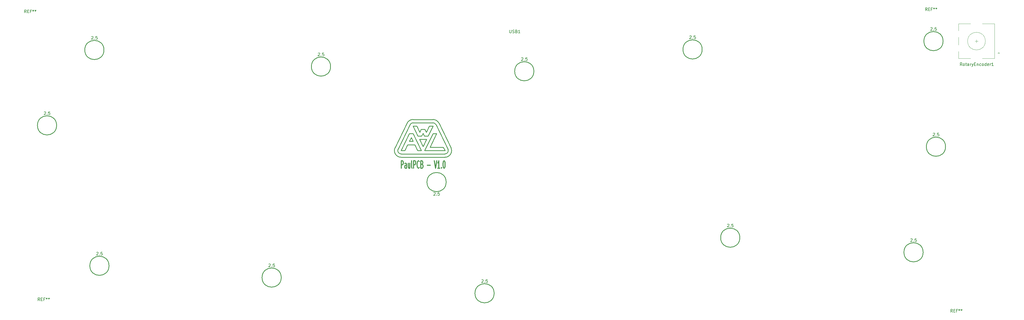
<source format=gto>
G04 #@! TF.GenerationSoftware,KiCad,Pcbnew,(5.1.9)-1*
G04 #@! TF.CreationDate,2021-06-30T07:56:35+01:00*
G04 #@! TF.ProjectId,Paul-PCB-KICAD,5061756c-2d50-4434-922d-4b494341442e,rev?*
G04 #@! TF.SameCoordinates,Original*
G04 #@! TF.FileFunction,Legend,Top*
G04 #@! TF.FilePolarity,Positive*
%FSLAX46Y46*%
G04 Gerber Fmt 4.6, Leading zero omitted, Abs format (unit mm)*
G04 Created by KiCad (PCBNEW (5.1.9)-1) date 2021-06-30 07:56:35*
%MOMM*%
%LPD*%
G01*
G04 APERTURE LIST*
%ADD10C,0.253125*%
%ADD11C,0.300000*%
%ADD12C,0.250000*%
%ADD13C,0.120000*%
%ADD14C,0.150000*%
%ADD15C,2.000000*%
%ADD16C,3.000000*%
%ADD17C,3.987800*%
%ADD18C,1.750000*%
%ADD19C,3.048000*%
%ADD20C,5.000000*%
%ADD21R,3.200000X2.000000*%
%ADD22R,2.000000X2.000000*%
%ADD23C,0.650000*%
%ADD24R,0.300000X1.450000*%
%ADD25R,0.600000X1.450000*%
G04 APERTURE END LIST*
D10*
X123339484Y48072069D02*
X125748364Y48072069D01*
X133172153Y51817774D02*
X131920000Y51817774D01*
X126730347Y46062680D02*
X127982500Y46062680D01*
X123889268Y49197069D02*
X124543924Y50536661D01*
X122357500Y46062680D02*
X123339484Y48072069D01*
X121105347Y46062680D02*
X122357500Y46062680D01*
X125170000Y51817774D02*
X123917847Y51817774D01*
X129107500Y46062680D02*
X135984653Y46062680D01*
X129720861Y49880000D02*
X127369139Y49880000D01*
X127982500Y46062680D02*
X125170000Y51817774D01*
X130909438Y47187680D02*
X133172153Y51817774D01*
X123917847Y51817774D02*
X121105347Y46062680D01*
X125198579Y49197069D02*
X123889268Y49197069D01*
X135984653Y46062680D02*
X135434868Y47187680D01*
X125748364Y48072069D02*
X126730347Y46062680D01*
X131920000Y51817774D02*
X129107500Y46062680D01*
X124543924Y50536661D02*
X125198579Y49197069D01*
X135434868Y47187680D02*
X130909438Y47187680D01*
X124159241Y54873955D02*
G75*
G02*
X125170000Y55505000I1010759J-493955D01*
G01*
X135984653Y43812680D02*
X121105347Y43812680D01*
X126819354Y51005000D02*
X128071508Y51005000D01*
X127445431Y52286113D02*
X126422154Y54380000D01*
X126422154Y54380000D02*
X125170000Y54380000D01*
X133941517Y55367911D02*
X138006170Y47050591D01*
X135984653Y44937680D02*
X121105347Y44937680D01*
X132930758Y54873956D02*
X136995412Y46556635D01*
X131919999Y56630000D02*
G75*
G02*
X133941517Y55367911I1J-2250000D01*
G01*
X120094588Y46556635D02*
X124159242Y54873956D01*
X127369139Y49880000D02*
X128545000Y47473887D01*
X129018492Y51005000D02*
X130270646Y51005000D01*
X128545000Y51973887D02*
X129018492Y51005000D01*
X125170000Y54380000D02*
X126819354Y51005000D01*
X129644569Y52286113D02*
X129171076Y53255000D01*
X128545000Y47473887D02*
X129720861Y49880000D01*
X130667846Y54380000D02*
X129644569Y52286113D01*
X119083830Y47050591D02*
X123148483Y55367911D01*
X131920000Y54380000D02*
X130667846Y54380000D01*
X130270646Y51005000D02*
X131920000Y54380000D01*
X128071508Y51005000D02*
X128545000Y51973887D01*
X127918924Y53255000D02*
X127445431Y52286113D01*
X136995412Y46556635D02*
G75*
G02*
X135984653Y44937680I-1010759J-493955D01*
G01*
X129171076Y53255000D02*
X127918924Y53255000D01*
X138006170Y47050590D02*
G75*
G02*
X135984653Y43812680I-2021517J-987910D01*
G01*
X125170000Y55505000D02*
X131920000Y55505000D01*
X121105347Y44937680D02*
G75*
G02*
X120094588Y46556635I0J1125000D01*
G01*
X131919999Y55505000D02*
G75*
G02*
X132930758Y54873956I1J-1125000D01*
G01*
X125170000Y56630000D02*
X131920000Y56630000D01*
X121105346Y43812680D02*
G75*
G02*
X119083830Y47050591I1J2250000D01*
G01*
X123148483Y55367910D02*
G75*
G02*
X125170000Y56630000I2021517J-987910D01*
G01*
D11*
X121169285Y40109047D02*
X121169285Y42609047D01*
X121645476Y42609047D01*
X121764523Y42490000D01*
X121824047Y42370952D01*
X121883571Y42132857D01*
X121883571Y41775714D01*
X121824047Y41537619D01*
X121764523Y41418571D01*
X121645476Y41299523D01*
X121169285Y41299523D01*
X122955000Y40109047D02*
X122955000Y41418571D01*
X122895476Y41656666D01*
X122776428Y41775714D01*
X122538333Y41775714D01*
X122419285Y41656666D01*
X122955000Y40228095D02*
X122835952Y40109047D01*
X122538333Y40109047D01*
X122419285Y40228095D01*
X122359761Y40466190D01*
X122359761Y40704285D01*
X122419285Y40942380D01*
X122538333Y41061428D01*
X122835952Y41061428D01*
X122955000Y41180476D01*
X124085952Y41775714D02*
X124085952Y40109047D01*
X123550238Y41775714D02*
X123550238Y40466190D01*
X123609761Y40228095D01*
X123728809Y40109047D01*
X123907380Y40109047D01*
X124026428Y40228095D01*
X124085952Y40347142D01*
X124859761Y40109047D02*
X124740714Y40228095D01*
X124681190Y40466190D01*
X124681190Y42609047D01*
X125335952Y40109047D02*
X125335952Y42609047D01*
X125812142Y42609047D01*
X125931190Y42490000D01*
X125990714Y42370952D01*
X126050238Y42132857D01*
X126050238Y41775714D01*
X125990714Y41537619D01*
X125931190Y41418571D01*
X125812142Y41299523D01*
X125335952Y41299523D01*
X127300238Y40347142D02*
X127240714Y40228095D01*
X127062142Y40109047D01*
X126943095Y40109047D01*
X126764523Y40228095D01*
X126645476Y40466190D01*
X126585952Y40704285D01*
X126526428Y41180476D01*
X126526428Y41537619D01*
X126585952Y42013809D01*
X126645476Y42251904D01*
X126764523Y42490000D01*
X126943095Y42609047D01*
X127062142Y42609047D01*
X127240714Y42490000D01*
X127300238Y42370952D01*
X128252619Y41418571D02*
X128431190Y41299523D01*
X128490714Y41180476D01*
X128550238Y40942380D01*
X128550238Y40585238D01*
X128490714Y40347142D01*
X128431190Y40228095D01*
X128312142Y40109047D01*
X127835952Y40109047D01*
X127835952Y42609047D01*
X128252619Y42609047D01*
X128371666Y42490000D01*
X128431190Y42370952D01*
X128490714Y42132857D01*
X128490714Y41894761D01*
X128431190Y41656666D01*
X128371666Y41537619D01*
X128252619Y41418571D01*
X127835952Y41418571D01*
X130038333Y41061428D02*
X130990714Y41061428D01*
X132359761Y42609047D02*
X132776428Y40109047D01*
X133193095Y42609047D01*
X134264523Y40109047D02*
X133550238Y40109047D01*
X133907380Y40109047D02*
X133907380Y42609047D01*
X133788333Y42251904D01*
X133669285Y42013809D01*
X133550238Y41894761D01*
X134800238Y40347142D02*
X134859761Y40228095D01*
X134800238Y40109047D01*
X134740714Y40228095D01*
X134800238Y40347142D01*
X134800238Y40109047D01*
X135633571Y42609047D02*
X135752619Y42609047D01*
X135871666Y42490000D01*
X135931190Y42370952D01*
X135990714Y42132857D01*
X136050238Y41656666D01*
X136050238Y41061428D01*
X135990714Y40585238D01*
X135931190Y40347142D01*
X135871666Y40228095D01*
X135752619Y40109047D01*
X135633571Y40109047D01*
X135514523Y40228095D01*
X135455000Y40347142D01*
X135395476Y40585238D01*
X135335952Y41061428D01*
X135335952Y41656666D01*
X135395476Y42132857D01*
X135455000Y42370952D01*
X135514523Y42490000D01*
X135633571Y42609047D01*
D12*
X20441750Y80200000D02*
G75*
G03*
X20441750Y80200000I-3250000J0D01*
G01*
X97231649Y74572360D02*
G75*
G03*
X97231649Y74572360I-3250000J0D01*
G01*
X166109822Y72980677D02*
G75*
G03*
X166109822Y72980677I-3250000J0D01*
G01*
X223135384Y80385180D02*
G75*
G03*
X223135384Y80385180I-3250000J0D01*
G01*
X4402750Y54625000D02*
G75*
G03*
X4402750Y54625000I-3250000J0D01*
G01*
X22156250Y7000000D02*
G75*
G03*
X22156250Y7000000I-3250000J0D01*
G01*
X136386887Y35392650D02*
G75*
G03*
X136386887Y35392650I-3250000J0D01*
G01*
X80508161Y3003314D02*
G75*
G03*
X80508161Y3003314I-3250000J0D01*
G01*
X152646946Y-2325869D02*
G75*
G03*
X152646946Y-2325869I-3250000J0D01*
G01*
X235897250Y16524999D02*
G75*
G03*
X235897250Y16524999I-3250000J0D01*
G01*
X298000249Y11573500D02*
G75*
G03*
X298000249Y11573500I-3249999J0D01*
G01*
X305599874Y47386750D02*
G75*
G03*
X305599874Y47386750I-3249999J0D01*
G01*
X304762249Y83200000D02*
G75*
G03*
X304762249Y83200000I-3249999J0D01*
G01*
D13*
X319080000Y83200000D02*
G75*
G03*
X319080000Y83200000I-3000000J0D01*
G01*
X314080000Y77300000D02*
X309980000Y77300000D01*
X309980000Y89100000D02*
X314080000Y89100000D01*
X318080000Y89100000D02*
X322180000Y89100000D01*
X318080000Y77300000D02*
X322180000Y77300000D01*
X322180000Y77300000D02*
X322180000Y89100000D01*
X323580000Y79400000D02*
X323880000Y79100000D01*
X323880000Y79100000D02*
X323280000Y79100000D01*
X323280000Y79100000D02*
X323580000Y79400000D01*
X309980000Y77300000D02*
X309980000Y79700000D01*
X309980000Y81900000D02*
X309980000Y84500000D01*
X309980000Y86700000D02*
X309980000Y89100000D01*
X316080000Y82700000D02*
X316080000Y83700000D01*
X316580000Y83200000D02*
X315580000Y83200000D01*
D14*
X299386666Y93527619D02*
X299053333Y94003809D01*
X298815238Y93527619D02*
X298815238Y94527619D01*
X299196190Y94527619D01*
X299291428Y94480000D01*
X299339047Y94432380D01*
X299386666Y94337142D01*
X299386666Y94194285D01*
X299339047Y94099047D01*
X299291428Y94051428D01*
X299196190Y94003809D01*
X298815238Y94003809D01*
X299815238Y94051428D02*
X300148571Y94051428D01*
X300291428Y93527619D02*
X299815238Y93527619D01*
X299815238Y94527619D01*
X300291428Y94527619D01*
X301053333Y94051428D02*
X300720000Y94051428D01*
X300720000Y93527619D02*
X300720000Y94527619D01*
X301196190Y94527619D01*
X301720000Y94527619D02*
X301720000Y94289523D01*
X301481904Y94384761D02*
X301720000Y94289523D01*
X301958095Y94384761D01*
X301577142Y94099047D02*
X301720000Y94289523D01*
X301862857Y94099047D01*
X302481904Y94527619D02*
X302481904Y94289523D01*
X302243809Y94384761D02*
X302481904Y94289523D01*
X302720000Y94384761D01*
X302339047Y94099047D02*
X302481904Y94289523D01*
X302624761Y94099047D01*
X-5873333Y92797619D02*
X-6206666Y93273809D01*
X-6444761Y92797619D02*
X-6444761Y93797619D01*
X-6063809Y93797619D01*
X-5968571Y93750000D01*
X-5920952Y93702380D01*
X-5873333Y93607142D01*
X-5873333Y93464285D01*
X-5920952Y93369047D01*
X-5968571Y93321428D01*
X-6063809Y93273809D01*
X-6444761Y93273809D01*
X-5444761Y93321428D02*
X-5111428Y93321428D01*
X-4968571Y92797619D02*
X-5444761Y92797619D01*
X-5444761Y93797619D01*
X-4968571Y93797619D01*
X-4206666Y93321428D02*
X-4540000Y93321428D01*
X-4540000Y92797619D02*
X-4540000Y93797619D01*
X-4063809Y93797619D01*
X-3540000Y93797619D02*
X-3540000Y93559523D01*
X-3778095Y93654761D02*
X-3540000Y93559523D01*
X-3301904Y93654761D01*
X-3682857Y93369047D02*
X-3540000Y93559523D01*
X-3397142Y93369047D01*
X-2778095Y93797619D02*
X-2778095Y93559523D01*
X-3016190Y93654761D02*
X-2778095Y93559523D01*
X-2540000Y93654761D01*
X-2920952Y93369047D02*
X-2778095Y93559523D01*
X-2635238Y93369047D01*
X-1303333Y-4852380D02*
X-1636666Y-4376190D01*
X-1874761Y-4852380D02*
X-1874761Y-3852380D01*
X-1493809Y-3852380D01*
X-1398571Y-3900000D01*
X-1350952Y-3947619D01*
X-1303333Y-4042857D01*
X-1303333Y-4185714D01*
X-1350952Y-4280952D01*
X-1398571Y-4328571D01*
X-1493809Y-4376190D01*
X-1874761Y-4376190D01*
X-874761Y-4328571D02*
X-541428Y-4328571D01*
X-398571Y-4852380D02*
X-874761Y-4852380D01*
X-874761Y-3852380D01*
X-398571Y-3852380D01*
X363333Y-4328571D02*
X29999Y-4328571D01*
X29999Y-4852380D02*
X29999Y-3852380D01*
X506190Y-3852380D01*
X1029999Y-3852380D02*
X1029999Y-4090476D01*
X791904Y-3995238D02*
X1029999Y-4090476D01*
X1268095Y-3995238D01*
X887142Y-4280952D02*
X1029999Y-4090476D01*
X1172857Y-4280952D01*
X1791904Y-3852380D02*
X1791904Y-4090476D01*
X1553809Y-3995238D02*
X1791904Y-4090476D01*
X2029999Y-3995238D01*
X1649047Y-4280952D02*
X1791904Y-4090476D01*
X1934761Y-4280952D01*
X307926666Y-8732380D02*
X307593333Y-8256190D01*
X307355238Y-8732380D02*
X307355238Y-7732380D01*
X307736190Y-7732380D01*
X307831428Y-7780000D01*
X307879047Y-7827619D01*
X307926666Y-7922857D01*
X307926666Y-8065714D01*
X307879047Y-8160952D01*
X307831428Y-8208571D01*
X307736190Y-8256190D01*
X307355238Y-8256190D01*
X308355238Y-8208571D02*
X308688571Y-8208571D01*
X308831428Y-8732380D02*
X308355238Y-8732380D01*
X308355238Y-7732380D01*
X308831428Y-7732380D01*
X309593333Y-8208571D02*
X309260000Y-8208571D01*
X309260000Y-8732380D02*
X309260000Y-7732380D01*
X309736190Y-7732380D01*
X310260000Y-7732380D02*
X310260000Y-7970476D01*
X310021904Y-7875238D02*
X310260000Y-7970476D01*
X310498095Y-7875238D01*
X310117142Y-8160952D02*
X310260000Y-7970476D01*
X310402857Y-8160952D01*
X311021904Y-7732380D02*
X311021904Y-7970476D01*
X310783809Y-7875238D02*
X311021904Y-7970476D01*
X311260000Y-7875238D01*
X310879047Y-8160952D02*
X311021904Y-7970476D01*
X311164761Y-8160952D01*
X132150000Y31802380D02*
X132197619Y31850000D01*
X132292857Y31897619D01*
X132530952Y31897619D01*
X132626190Y31850000D01*
X132673809Y31802380D01*
X132721428Y31707142D01*
X132721428Y31611904D01*
X132673809Y31469047D01*
X132102380Y30897619D01*
X132721428Y30897619D01*
X133150000Y30992857D02*
X133197619Y30945238D01*
X133150000Y30897619D01*
X133102380Y30945238D01*
X133150000Y30992857D01*
X133150000Y30897619D01*
X134102380Y31897619D02*
X133626190Y31897619D01*
X133578571Y31421428D01*
X133626190Y31469047D01*
X133721428Y31516666D01*
X133959523Y31516666D01*
X134054761Y31469047D01*
X134102380Y31421428D01*
X134150000Y31326190D01*
X134150000Y31088095D01*
X134102380Y30992857D01*
X134054761Y30945238D01*
X133959523Y30897619D01*
X133721428Y30897619D01*
X133626190Y30945238D01*
X133578571Y30992857D01*
X76275361Y7530694D02*
X76322980Y7578314D01*
X76418218Y7625933D01*
X76656313Y7625933D01*
X76751551Y7578314D01*
X76799170Y7530694D01*
X76846789Y7435456D01*
X76846789Y7340218D01*
X76799170Y7197361D01*
X76227741Y6625933D01*
X76846789Y6625933D01*
X77275361Y6721171D02*
X77322980Y6673552D01*
X77275361Y6625933D01*
X77227741Y6673552D01*
X77275361Y6721171D01*
X77275361Y6625933D01*
X78227741Y7625933D02*
X77751551Y7625933D01*
X77703932Y7149742D01*
X77751551Y7197361D01*
X77846789Y7244980D01*
X78084884Y7244980D01*
X78180122Y7197361D01*
X78227741Y7149742D01*
X78275361Y7054504D01*
X78275361Y6816409D01*
X78227741Y6721171D01*
X78180122Y6673552D01*
X78084884Y6625933D01*
X77846789Y6625933D01*
X77751551Y6673552D01*
X77703932Y6721171D01*
X218902584Y84912560D02*
X218950203Y84960180D01*
X219045441Y85007799D01*
X219283536Y85007799D01*
X219378774Y84960180D01*
X219426393Y84912560D01*
X219474012Y84817322D01*
X219474012Y84722084D01*
X219426393Y84579227D01*
X218854964Y84007799D01*
X219474012Y84007799D01*
X219902584Y84103037D02*
X219950203Y84055418D01*
X219902584Y84007799D01*
X219854964Y84055418D01*
X219902584Y84103037D01*
X219902584Y84007799D01*
X220854964Y85007799D02*
X220378774Y85007799D01*
X220331155Y84531608D01*
X220378774Y84579227D01*
X220474012Y84626846D01*
X220712107Y84626846D01*
X220807345Y84579227D01*
X220854964Y84531608D01*
X220902584Y84436370D01*
X220902584Y84198275D01*
X220854964Y84103037D01*
X220807345Y84055418D01*
X220712107Y84007799D01*
X220474012Y84007799D01*
X220378774Y84055418D01*
X220331155Y84103037D01*
X17923450Y11527380D02*
X17971069Y11575000D01*
X18066307Y11622619D01*
X18304402Y11622619D01*
X18399640Y11575000D01*
X18447259Y11527380D01*
X18494878Y11432142D01*
X18494878Y11336904D01*
X18447259Y11194047D01*
X17875830Y10622619D01*
X18494878Y10622619D01*
X18923450Y10717857D02*
X18971069Y10670238D01*
X18923450Y10622619D01*
X18875830Y10670238D01*
X18923450Y10717857D01*
X18923450Y10622619D01*
X19875830Y11622619D02*
X19399640Y11622619D01*
X19352021Y11146428D01*
X19399640Y11194047D01*
X19494878Y11241666D01*
X19732973Y11241666D01*
X19828211Y11194047D01*
X19875830Y11146428D01*
X19923450Y11051190D01*
X19923450Y10813095D01*
X19875830Y10717857D01*
X19828211Y10670238D01*
X19732973Y10622619D01*
X19494878Y10622619D01*
X19399640Y10670238D01*
X19352021Y10717857D01*
X161877022Y77508057D02*
X161924641Y77555677D01*
X162019879Y77603296D01*
X162257974Y77603296D01*
X162353212Y77555677D01*
X162400831Y77508057D01*
X162448450Y77412819D01*
X162448450Y77317581D01*
X162400831Y77174724D01*
X161829402Y76603296D01*
X162448450Y76603296D01*
X162877022Y76698534D02*
X162924641Y76650915D01*
X162877022Y76603296D01*
X162829402Y76650915D01*
X162877022Y76698534D01*
X162877022Y76603296D01*
X163829402Y77603296D02*
X163353212Y77603296D01*
X163305593Y77127105D01*
X163353212Y77174724D01*
X163448450Y77222343D01*
X163686545Y77222343D01*
X163781783Y77174724D01*
X163829402Y77127105D01*
X163877022Y77031867D01*
X163877022Y76793772D01*
X163829402Y76698534D01*
X163781783Y76650915D01*
X163686545Y76603296D01*
X163448450Y76603296D01*
X163353212Y76650915D01*
X163305593Y76698534D01*
X293767450Y16100880D02*
X293815069Y16148500D01*
X293910307Y16196119D01*
X294148402Y16196119D01*
X294243640Y16148500D01*
X294291259Y16100880D01*
X294338878Y16005642D01*
X294338878Y15910404D01*
X294291259Y15767547D01*
X293719830Y15196119D01*
X294338878Y15196119D01*
X294767450Y15291357D02*
X294815069Y15243738D01*
X294767450Y15196119D01*
X294719830Y15243738D01*
X294767450Y15291357D01*
X294767450Y15196119D01*
X295719830Y16196119D02*
X295243640Y16196119D01*
X295196021Y15719928D01*
X295243640Y15767547D01*
X295338878Y15815166D01*
X295576973Y15815166D01*
X295672211Y15767547D01*
X295719830Y15719928D01*
X295767450Y15624690D01*
X295767450Y15386595D01*
X295719830Y15291357D01*
X295672211Y15243738D01*
X295576973Y15196119D01*
X295338878Y15196119D01*
X295243640Y15243738D01*
X295196021Y15291357D01*
X92998849Y79099740D02*
X93046468Y79147360D01*
X93141706Y79194979D01*
X93379801Y79194979D01*
X93475039Y79147360D01*
X93522658Y79099740D01*
X93570277Y79004502D01*
X93570277Y78909264D01*
X93522658Y78766407D01*
X92951229Y78194979D01*
X93570277Y78194979D01*
X93998849Y78290217D02*
X94046468Y78242598D01*
X93998849Y78194979D01*
X93951229Y78242598D01*
X93998849Y78290217D01*
X93998849Y78194979D01*
X94951229Y79194979D02*
X94475039Y79194979D01*
X94427420Y78718788D01*
X94475039Y78766407D01*
X94570277Y78814026D01*
X94808372Y78814026D01*
X94903610Y78766407D01*
X94951229Y78718788D01*
X94998849Y78623550D01*
X94998849Y78385455D01*
X94951229Y78290217D01*
X94903610Y78242598D01*
X94808372Y78194979D01*
X94570277Y78194979D01*
X94475039Y78242598D01*
X94427420Y78290217D01*
X148414146Y2201511D02*
X148461765Y2249131D01*
X148557003Y2296750D01*
X148795098Y2296750D01*
X148890336Y2249131D01*
X148937955Y2201511D01*
X148985574Y2106273D01*
X148985574Y2011035D01*
X148937955Y1868178D01*
X148366526Y1296750D01*
X148985574Y1296750D01*
X149414146Y1391988D02*
X149461765Y1344369D01*
X149414146Y1296750D01*
X149366526Y1344369D01*
X149414146Y1391988D01*
X149414146Y1296750D01*
X150366526Y2296750D02*
X149890336Y2296750D01*
X149842717Y1820559D01*
X149890336Y1868178D01*
X149985574Y1915797D01*
X150223669Y1915797D01*
X150318907Y1868178D01*
X150366526Y1820559D01*
X150414146Y1725321D01*
X150414146Y1487226D01*
X150366526Y1391988D01*
X150318907Y1344369D01*
X150223669Y1296750D01*
X149985574Y1296750D01*
X149890336Y1344369D01*
X149842717Y1391988D01*
X301367075Y51914130D02*
X301414694Y51961750D01*
X301509932Y52009369D01*
X301748027Y52009369D01*
X301843265Y51961750D01*
X301890884Y51914130D01*
X301938503Y51818892D01*
X301938503Y51723654D01*
X301890884Y51580797D01*
X301319455Y51009369D01*
X301938503Y51009369D01*
X302367075Y51104607D02*
X302414694Y51056988D01*
X302367075Y51009369D01*
X302319455Y51056988D01*
X302367075Y51104607D01*
X302367075Y51009369D01*
X303319455Y52009369D02*
X302843265Y52009369D01*
X302795646Y51533178D01*
X302843265Y51580797D01*
X302938503Y51628416D01*
X303176598Y51628416D01*
X303271836Y51580797D01*
X303319455Y51533178D01*
X303367075Y51437940D01*
X303367075Y51199845D01*
X303319455Y51104607D01*
X303271836Y51056988D01*
X303176598Y51009369D01*
X302938503Y51009369D01*
X302843265Y51056988D01*
X302795646Y51104607D01*
X16209200Y84727380D02*
X16256819Y84775000D01*
X16352057Y84822619D01*
X16590152Y84822619D01*
X16685390Y84775000D01*
X16733009Y84727380D01*
X16780628Y84632142D01*
X16780628Y84536904D01*
X16733009Y84394047D01*
X16161580Y83822619D01*
X16780628Y83822619D01*
X17209200Y83917857D02*
X17256819Y83870238D01*
X17209200Y83822619D01*
X17161580Y83870238D01*
X17209200Y83917857D01*
X17209200Y83822619D01*
X18161580Y84822619D02*
X17685390Y84822619D01*
X17637771Y84346428D01*
X17685390Y84394047D01*
X17780628Y84441666D01*
X18018723Y84441666D01*
X18113961Y84394047D01*
X18161580Y84346428D01*
X18209200Y84251190D01*
X18209200Y84013095D01*
X18161580Y83917857D01*
X18113961Y83870238D01*
X18018723Y83822619D01*
X17780628Y83822619D01*
X17685390Y83870238D01*
X17637771Y83917857D01*
X231664450Y21052379D02*
X231712069Y21099999D01*
X231807307Y21147618D01*
X232045402Y21147618D01*
X232140640Y21099999D01*
X232188259Y21052379D01*
X232235878Y20957141D01*
X232235878Y20861903D01*
X232188259Y20719046D01*
X231616830Y20147618D01*
X232235878Y20147618D01*
X232664450Y20242856D02*
X232712069Y20195237D01*
X232664450Y20147618D01*
X232616830Y20195237D01*
X232664450Y20242856D01*
X232664450Y20147618D01*
X233616830Y21147618D02*
X233140640Y21147618D01*
X233093021Y20671427D01*
X233140640Y20719046D01*
X233235878Y20766665D01*
X233473973Y20766665D01*
X233569211Y20719046D01*
X233616830Y20671427D01*
X233664450Y20576189D01*
X233664450Y20338094D01*
X233616830Y20242856D01*
X233569211Y20195237D01*
X233473973Y20147618D01*
X233235878Y20147618D01*
X233140640Y20195237D01*
X233093021Y20242856D01*
X300529450Y87727380D02*
X300577069Y87775000D01*
X300672307Y87822619D01*
X300910402Y87822619D01*
X301005640Y87775000D01*
X301053259Y87727380D01*
X301100878Y87632142D01*
X301100878Y87536904D01*
X301053259Y87394047D01*
X300481830Y86822619D01*
X301100878Y86822619D01*
X301529450Y86917857D02*
X301577069Y86870238D01*
X301529450Y86822619D01*
X301481830Y86870238D01*
X301529450Y86917857D01*
X301529450Y86822619D01*
X302481830Y87822619D02*
X302005640Y87822619D01*
X301958021Y87346428D01*
X302005640Y87394047D01*
X302100878Y87441666D01*
X302338973Y87441666D01*
X302434211Y87394047D01*
X302481830Y87346428D01*
X302529450Y87251190D01*
X302529450Y87013095D01*
X302481830Y86917857D01*
X302434211Y86870238D01*
X302338973Y86822619D01*
X302100878Y86822619D01*
X302005640Y86870238D01*
X301958021Y86917857D01*
X170000Y59152380D02*
X217619Y59200000D01*
X312857Y59247619D01*
X550952Y59247619D01*
X646190Y59200000D01*
X693809Y59152380D01*
X741428Y59057142D01*
X741428Y58961904D01*
X693809Y58819047D01*
X122380Y58247619D01*
X741428Y58247619D01*
X1170000Y58342857D02*
X1217619Y58295238D01*
X1170000Y58247619D01*
X1122380Y58295238D01*
X1170000Y58342857D01*
X1170000Y58247619D01*
X2122380Y59247619D02*
X1646190Y59247619D01*
X1598571Y58771428D01*
X1646190Y58819047D01*
X1741428Y58866666D01*
X1979523Y58866666D01*
X2074761Y58819047D01*
X2122380Y58771428D01*
X2170000Y58676190D01*
X2170000Y58438095D01*
X2122380Y58342857D01*
X2074761Y58295238D01*
X1979523Y58247619D01*
X1741428Y58247619D01*
X1646190Y58295238D01*
X1598571Y58342857D01*
X311166190Y74857619D02*
X310832857Y75333809D01*
X310594761Y74857619D02*
X310594761Y75857619D01*
X310975714Y75857619D01*
X311070952Y75810000D01*
X311118571Y75762380D01*
X311166190Y75667142D01*
X311166190Y75524285D01*
X311118571Y75429047D01*
X311070952Y75381428D01*
X310975714Y75333809D01*
X310594761Y75333809D01*
X311737619Y74857619D02*
X311642380Y74905238D01*
X311594761Y74952857D01*
X311547142Y75048095D01*
X311547142Y75333809D01*
X311594761Y75429047D01*
X311642380Y75476666D01*
X311737619Y75524285D01*
X311880476Y75524285D01*
X311975714Y75476666D01*
X312023333Y75429047D01*
X312070952Y75333809D01*
X312070952Y75048095D01*
X312023333Y74952857D01*
X311975714Y74905238D01*
X311880476Y74857619D01*
X311737619Y74857619D01*
X312356666Y75524285D02*
X312737619Y75524285D01*
X312499523Y75857619D02*
X312499523Y75000476D01*
X312547142Y74905238D01*
X312642380Y74857619D01*
X312737619Y74857619D01*
X313499523Y74857619D02*
X313499523Y75381428D01*
X313451904Y75476666D01*
X313356666Y75524285D01*
X313166190Y75524285D01*
X313070952Y75476666D01*
X313499523Y74905238D02*
X313404285Y74857619D01*
X313166190Y74857619D01*
X313070952Y74905238D01*
X313023333Y75000476D01*
X313023333Y75095714D01*
X313070952Y75190952D01*
X313166190Y75238571D01*
X313404285Y75238571D01*
X313499523Y75286190D01*
X313975714Y74857619D02*
X313975714Y75524285D01*
X313975714Y75333809D02*
X314023333Y75429047D01*
X314070952Y75476666D01*
X314166190Y75524285D01*
X314261428Y75524285D01*
X314499523Y75524285D02*
X314737619Y74857619D01*
X314975714Y75524285D02*
X314737619Y74857619D01*
X314642380Y74619523D01*
X314594761Y74571904D01*
X314499523Y74524285D01*
X315356666Y75381428D02*
X315690000Y75381428D01*
X315832857Y74857619D02*
X315356666Y74857619D01*
X315356666Y75857619D01*
X315832857Y75857619D01*
X316261428Y75524285D02*
X316261428Y74857619D01*
X316261428Y75429047D02*
X316309047Y75476666D01*
X316404285Y75524285D01*
X316547142Y75524285D01*
X316642380Y75476666D01*
X316690000Y75381428D01*
X316690000Y74857619D01*
X317594761Y74905238D02*
X317499523Y74857619D01*
X317309047Y74857619D01*
X317213809Y74905238D01*
X317166190Y74952857D01*
X317118571Y75048095D01*
X317118571Y75333809D01*
X317166190Y75429047D01*
X317213809Y75476666D01*
X317309047Y75524285D01*
X317499523Y75524285D01*
X317594761Y75476666D01*
X318166190Y74857619D02*
X318070952Y74905238D01*
X318023333Y74952857D01*
X317975714Y75048095D01*
X317975714Y75333809D01*
X318023333Y75429047D01*
X318070952Y75476666D01*
X318166190Y75524285D01*
X318309047Y75524285D01*
X318404285Y75476666D01*
X318451904Y75429047D01*
X318499523Y75333809D01*
X318499523Y75048095D01*
X318451904Y74952857D01*
X318404285Y74905238D01*
X318309047Y74857619D01*
X318166190Y74857619D01*
X319356666Y74857619D02*
X319356666Y75857619D01*
X319356666Y74905238D02*
X319261428Y74857619D01*
X319070952Y74857619D01*
X318975714Y74905238D01*
X318928095Y74952857D01*
X318880476Y75048095D01*
X318880476Y75333809D01*
X318928095Y75429047D01*
X318975714Y75476666D01*
X319070952Y75524285D01*
X319261428Y75524285D01*
X319356666Y75476666D01*
X320213809Y74905238D02*
X320118571Y74857619D01*
X319928095Y74857619D01*
X319832857Y74905238D01*
X319785238Y75000476D01*
X319785238Y75381428D01*
X319832857Y75476666D01*
X319928095Y75524285D01*
X320118571Y75524285D01*
X320213809Y75476666D01*
X320261428Y75381428D01*
X320261428Y75286190D01*
X319785238Y75190952D01*
X320690000Y74857619D02*
X320690000Y75524285D01*
X320690000Y75333809D02*
X320737619Y75429047D01*
X320785238Y75476666D01*
X320880476Y75524285D01*
X320975714Y75524285D01*
X321832857Y74857619D02*
X321261428Y74857619D01*
X321547142Y74857619D02*
X321547142Y75857619D01*
X321451904Y75714761D01*
X321356666Y75619523D01*
X321261428Y75571904D01*
X157891904Y86977619D02*
X157891904Y86168095D01*
X157939523Y86072857D01*
X157987142Y86025238D01*
X158082380Y85977619D01*
X158272857Y85977619D01*
X158368095Y86025238D01*
X158415714Y86072857D01*
X158463333Y86168095D01*
X158463333Y86977619D01*
X158891904Y86025238D02*
X159034761Y85977619D01*
X159272857Y85977619D01*
X159368095Y86025238D01*
X159415714Y86072857D01*
X159463333Y86168095D01*
X159463333Y86263333D01*
X159415714Y86358571D01*
X159368095Y86406190D01*
X159272857Y86453809D01*
X159082380Y86501428D01*
X158987142Y86549047D01*
X158939523Y86596666D01*
X158891904Y86691904D01*
X158891904Y86787142D01*
X158939523Y86882380D01*
X158987142Y86930000D01*
X159082380Y86977619D01*
X159320476Y86977619D01*
X159463333Y86930000D01*
X160225238Y86501428D02*
X160368095Y86453809D01*
X160415714Y86406190D01*
X160463333Y86310952D01*
X160463333Y86168095D01*
X160415714Y86072857D01*
X160368095Y86025238D01*
X160272857Y85977619D01*
X159891904Y85977619D01*
X159891904Y86977619D01*
X160225238Y86977619D01*
X160320476Y86930000D01*
X160368095Y86882380D01*
X160415714Y86787142D01*
X160415714Y86691904D01*
X160368095Y86596666D01*
X160320476Y86549047D01*
X160225238Y86501428D01*
X159891904Y86501428D01*
X161415714Y85977619D02*
X160844285Y85977619D01*
X161130000Y85977619D02*
X161130000Y86977619D01*
X161034761Y86834761D01*
X160939523Y86739523D01*
X160844285Y86691904D01*
%LPC*%
D15*
X296690000Y88250000D03*
X1090000Y90020000D03*
X240000Y290000D03*
X309470000Y-3590000D03*
D16*
X244710000Y69227500D03*
D17*
X242170000Y64147500D03*
D16*
X238360000Y66687500D03*
D18*
X237090000Y64147500D03*
X247250000Y64147500D03*
X71140562Y80813001D03*
X61079438Y82226999D03*
D16*
X62690578Y84565530D03*
D17*
X66110000Y81520000D03*
D16*
X69332280Y86197062D03*
X103801313Y23630114D03*
D17*
X100579033Y18953052D03*
D16*
X97159611Y21998582D03*
D18*
X95548471Y19660051D03*
X105609595Y18246053D03*
D16*
X289463750Y88297500D03*
D17*
X286923750Y83217500D03*
D16*
X283113750Y85757500D03*
D18*
X281843750Y83217500D03*
X292003750Y83217500D03*
D16*
X125912280Y78247062D03*
D17*
X122690000Y73570000D03*
D16*
X119270578Y76615530D03*
D18*
X117659438Y74276999D03*
X127720562Y72863001D03*
D16*
X306790000Y7140000D03*
D17*
X304250000Y2060000D03*
D16*
X300440000Y4600000D03*
D18*
X299170000Y2060000D03*
X309330000Y2060000D03*
D16*
X287760000Y7130000D03*
D17*
X285220000Y2050000D03*
D16*
X281410000Y4590000D03*
D18*
X280140000Y2050000D03*
X290300000Y2050000D03*
D16*
X268730000Y7140000D03*
D17*
X266190000Y2060000D03*
D16*
X262380000Y4600000D03*
D18*
X261110000Y2060000D03*
X271270000Y2060000D03*
D16*
X244720000Y12090000D03*
D17*
X242180000Y7010000D03*
D16*
X238370000Y9550000D03*
D18*
X237100000Y7010000D03*
X247260000Y7010000D03*
D16*
X225650000Y12090000D03*
D17*
X223110000Y7010000D03*
D16*
X219300000Y9550000D03*
D18*
X218030000Y7010000D03*
X228190000Y7010000D03*
D16*
X203143558Y9862189D03*
D17*
X201335276Y4478128D03*
D16*
X197208855Y6463159D03*
D18*
X196304714Y3771129D03*
X206365838Y5185127D03*
D16*
X148614642Y21435865D03*
D17*
X146806360Y16051804D03*
D16*
X142679939Y18036835D03*
D18*
X141775798Y15344805D03*
X151836922Y16758803D03*
D16*
X318620000Y45820000D03*
D17*
X316080000Y40740000D03*
D16*
X312270000Y43280000D03*
D18*
X311000000Y40740000D03*
X321160000Y40740000D03*
D16*
X287760000Y26180000D03*
D17*
X285220000Y21100000D03*
D16*
X281410000Y23640000D03*
D18*
X280140000Y21100000D03*
X290300000Y21100000D03*
D16*
X263760000Y31127500D03*
D17*
X261220000Y26047500D03*
D16*
X257410000Y28587500D03*
D18*
X256140000Y26047500D03*
X266300000Y26047500D03*
D16*
X244710000Y31127500D03*
D17*
X242170000Y26047500D03*
D16*
X238360000Y28587500D03*
D18*
X237090000Y26047500D03*
X247250000Y26047500D03*
D16*
X225660000Y31127500D03*
D17*
X223120000Y26047500D03*
D16*
X219310000Y28587500D03*
D18*
X218040000Y26047500D03*
X228200000Y26047500D03*
D16*
X205208462Y29389608D03*
D17*
X203400180Y24005547D03*
D16*
X199273759Y25990578D03*
D18*
X198369618Y23298548D03*
X208430742Y24712546D03*
D16*
X186343855Y26738360D03*
D17*
X184535573Y21354299D03*
D16*
X180409152Y23339330D03*
D18*
X179505011Y20647300D03*
X189566135Y22061298D03*
D16*
X167479249Y24087113D03*
D17*
X165670967Y18703052D03*
D16*
X161544546Y20688083D03*
D18*
X160640405Y17996053D03*
X170701529Y19410051D03*
D16*
X122665920Y20978866D03*
D17*
X119443640Y16301804D03*
D16*
X116024218Y19347334D03*
D18*
X114413078Y17008803D03*
X124474202Y15594805D03*
D16*
X84936707Y26281361D03*
D17*
X81714427Y21604299D03*
D16*
X78295005Y24649829D03*
D18*
X76683865Y22311298D03*
X86744989Y20897300D03*
D16*
X66072100Y28932609D03*
D17*
X62849820Y24255547D03*
D16*
X59430398Y27301077D03*
D18*
X57819258Y24962546D03*
X67880382Y23548548D03*
D16*
X45260000Y31120000D03*
D17*
X42720000Y26040000D03*
D16*
X38910000Y28580000D03*
D18*
X37640000Y26040000D03*
X47800000Y26040000D03*
D16*
X318620000Y64840000D03*
D17*
X316080000Y59760000D03*
D16*
X312270000Y62300000D03*
D18*
X311000000Y59760000D03*
X321160000Y59760000D03*
D16*
X251853750Y50177500D03*
D17*
X249313750Y45097500D03*
D16*
X245503750Y47637500D03*
D18*
X244233750Y45097500D03*
X254393750Y45097500D03*
D16*
X232803750Y50177500D03*
D17*
X230263750Y45097500D03*
D16*
X226453750Y47637500D03*
D18*
X225183750Y45097500D03*
X235343750Y45097500D03*
D16*
X211989518Y49579838D03*
D17*
X210181236Y44195777D03*
D16*
X206054815Y46180808D03*
D18*
X205150674Y43488778D03*
X215211798Y44902776D03*
D16*
X193124911Y46928591D03*
D17*
X191316629Y41544530D03*
D16*
X187190208Y43529561D03*
D18*
X186286067Y40837531D03*
X196347191Y42251529D03*
D16*
X174260304Y44277343D03*
D17*
X172452022Y38893282D03*
D16*
X168325601Y40878313D03*
D18*
X167421460Y38186283D03*
X177482584Y39600281D03*
D16*
X155395698Y41626096D03*
D17*
X153587416Y36242035D03*
D16*
X149460995Y38227066D03*
D18*
X148556854Y35535036D03*
X158617978Y36949034D03*
D16*
X115884864Y41169097D03*
D17*
X112662584Y36492035D03*
D16*
X109243162Y39537565D03*
D18*
X107632022Y37199034D03*
X117693146Y35785036D03*
D16*
X97020258Y43820344D03*
D17*
X93797978Y39143282D03*
D16*
X90378556Y42188812D03*
D18*
X88767416Y39850281D03*
X98828540Y38436283D03*
D16*
X78155651Y46471592D03*
D17*
X74933371Y41794530D03*
D16*
X71513949Y44840060D03*
D18*
X69902809Y42501529D03*
X79963933Y41087531D03*
D16*
X59291044Y49122839D03*
D17*
X56068764Y44445777D03*
D16*
X52649342Y47491307D03*
D18*
X51038202Y45152776D03*
X61099326Y43738778D03*
D16*
X38430000Y50140000D03*
D17*
X35890000Y45060000D03*
D16*
X32080000Y47600000D03*
D18*
X30810000Y45060000D03*
X40970000Y45060000D03*
D16*
X263760000Y69227500D03*
D17*
X261220000Y64147500D03*
D16*
X257410000Y66687500D03*
D18*
X256140000Y64147500D03*
X266300000Y64147500D03*
D16*
X225660000Y69227500D03*
D17*
X223120000Y64147500D03*
D16*
X219310000Y66687500D03*
D18*
X218040000Y64147500D03*
X228200000Y64147500D03*
D16*
X204622119Y67781633D03*
D17*
X202813837Y62397572D03*
D16*
X198687416Y64382603D03*
D18*
X197783275Y61690573D03*
X207844399Y63104571D03*
D16*
X185757512Y65130386D03*
D17*
X183949230Y59746325D03*
D16*
X179822809Y61731356D03*
D18*
X178918668Y59039326D03*
X188979792Y60453324D03*
D16*
X166892905Y62479138D03*
D17*
X165084623Y57095077D03*
D16*
X160958202Y59080108D03*
D18*
X160054061Y56388078D03*
X170115185Y57802076D03*
D16*
X148028299Y59827890D03*
D17*
X146220017Y54443829D03*
D16*
X142093596Y56428860D03*
D18*
X141189455Y53736830D03*
X151250579Y55150828D03*
D16*
X113819960Y60696515D03*
D17*
X110597680Y56019453D03*
D16*
X107178258Y59064983D03*
D18*
X105567118Y56726452D03*
X115628242Y55312454D03*
D16*
X94955353Y63347763D03*
D17*
X91733073Y58670701D03*
D16*
X88313651Y61716231D03*
D18*
X86702511Y59377700D03*
X96763635Y57963702D03*
D16*
X76090747Y65999010D03*
D17*
X72868467Y61321948D03*
D16*
X69449045Y64367478D03*
D18*
X67837905Y62028947D03*
X77899029Y60614949D03*
D16*
X57226140Y68650258D03*
D17*
X54003860Y63973196D03*
D16*
X50584438Y67018726D03*
D18*
X48973298Y64680195D03*
X59034422Y63266197D03*
D16*
X36310000Y69220000D03*
D17*
X33770000Y64140000D03*
D16*
X29960000Y66680000D03*
D18*
X28690000Y64140000D03*
X38850000Y64140000D03*
D16*
X270413750Y88297500D03*
D17*
X267873750Y83217500D03*
D16*
X264063750Y85757500D03*
D18*
X262793750Y83217500D03*
X272953750Y83217500D03*
D16*
X251363750Y88297500D03*
D17*
X248823750Y83217500D03*
D16*
X245013750Y85757500D03*
D18*
X243743750Y83217500D03*
X253903750Y83217500D03*
D16*
X232313750Y88297500D03*
D17*
X229773750Y83217500D03*
D16*
X225963750Y85757500D03*
D18*
X224693750Y83217500D03*
X234853750Y83217500D03*
D16*
X211403174Y87971864D03*
D17*
X209594892Y82587803D03*
D16*
X205468471Y84572834D03*
D18*
X204564330Y81880804D03*
X214625454Y83294802D03*
D16*
X192538568Y85320616D03*
D17*
X190730286Y79936555D03*
D16*
X186603865Y81921586D03*
D18*
X185699724Y79229556D03*
X195760848Y80643554D03*
D16*
X173673961Y82669368D03*
D17*
X171865679Y77285307D03*
D16*
X167739258Y79270338D03*
D18*
X166835117Y76578308D03*
X176896241Y77992306D03*
D16*
X154809354Y80018121D03*
D17*
X153001072Y74634060D03*
D16*
X148874651Y76619091D03*
D18*
X147970510Y73927061D03*
X158031634Y75341059D03*
D16*
X107062280Y80887062D03*
D17*
X103840000Y76210000D03*
D16*
X100420578Y79255530D03*
D18*
X98809438Y76916999D03*
X108870562Y75503001D03*
D16*
X88182280Y83547062D03*
D17*
X84960000Y78870000D03*
D16*
X81540578Y81915530D03*
D18*
X79929438Y79576999D03*
X89990562Y78163001D03*
D16*
X50462280Y88837062D03*
D17*
X47240000Y84160000D03*
D16*
X43820578Y87205530D03*
D18*
X42209438Y84866999D03*
X52270562Y83453001D03*
D16*
X29250000Y88290000D03*
D17*
X26710000Y83210000D03*
D16*
X22900000Y85750000D03*
D18*
X21630000Y83210000D03*
X31790000Y83210000D03*
D16*
X10210000Y88260000D03*
D17*
X7670000Y83180000D03*
D16*
X3860000Y85720000D03*
D18*
X2590000Y83180000D03*
X12750000Y83180000D03*
D16*
X287572500Y69227500D03*
D17*
X285032500Y64147500D03*
D16*
X281222500Y66687500D03*
D18*
X279952500Y64147500D03*
X290112500Y64147500D03*
D16*
X12500000Y69220000D03*
D17*
X9960000Y64140000D03*
D16*
X6150000Y66680000D03*
D18*
X4880000Y64140000D03*
X15040000Y64140000D03*
D16*
X14210000Y31110000D03*
D17*
X11670000Y26030000D03*
D16*
X7860000Y28570000D03*
D18*
X6590000Y26030000D03*
X16750000Y26030000D03*
D19*
X23608000Y33015000D03*
X-268000Y33015000D03*
D17*
X23608000Y17775000D03*
X-268000Y17775000D03*
D16*
X282810000Y50177500D03*
D17*
X280270000Y45097500D03*
D16*
X276460000Y47637500D03*
D18*
X275190000Y45097500D03*
X285350000Y45097500D03*
D19*
X292208000Y52082500D03*
X268332000Y52082500D03*
D17*
X292208000Y36842500D03*
X268332000Y36842500D03*
D16*
X12200000Y50160000D03*
D17*
X9660000Y45080000D03*
D16*
X5850000Y47620000D03*
D18*
X4580000Y45080000D03*
X14740000Y45080000D03*
D16*
X65778928Y9736596D03*
D17*
X62556648Y5059534D03*
D16*
X59137226Y8105064D03*
D18*
X57526086Y5766533D03*
X67587210Y4352535D03*
D16*
X33360000Y12080000D03*
D17*
X30820000Y7000000D03*
D16*
X27010000Y9540000D03*
D18*
X25740000Y7000000D03*
X35900000Y7000000D03*
D16*
X9520000Y12060000D03*
D17*
X6980000Y6980000D03*
D16*
X3170000Y9520000D03*
D18*
X1900000Y6980000D03*
X12060000Y6980000D03*
D16*
X172488572Y5553912D03*
D17*
X170680290Y169851D03*
D16*
X166553869Y2154882D03*
D18*
X165649728Y-537148D03*
X175710852Y876850D03*
D19*
X183474234Y-5085723D03*
X159830594Y-8408620D03*
D17*
X181353236Y10005962D03*
X157709596Y6683065D03*
D16*
X103508142Y4434101D03*
D17*
X100285862Y-242961D03*
D16*
X96866440Y2802569D03*
D18*
X95255300Y464038D03*
X105316424Y-949960D03*
D19*
X111135558Y-8821432D03*
X87491918Y-5498535D03*
D17*
X113256556Y6270253D03*
X89612916Y9593150D03*
D20*
X133136887Y35392650D03*
X77258161Y3003314D03*
X219885384Y80385180D03*
X18906250Y7000000D03*
X162859822Y72980677D03*
X294750250Y11573500D03*
X93981649Y74572360D03*
X149396946Y-2325869D03*
X302349875Y47386750D03*
X17192000Y80200000D03*
X232647250Y16524999D03*
X301512250Y83200000D03*
X1152800Y54625000D03*
D15*
X309080000Y85700000D03*
X309080000Y80700000D03*
D21*
X316080000Y88800000D03*
X316080000Y77600000D03*
D15*
X323580000Y85700000D03*
X323580000Y83200000D03*
D22*
X323580000Y80700000D03*
D23*
X162520000Y89430000D03*
X156740000Y89430000D03*
D24*
X159880000Y87985000D03*
X159380000Y87985000D03*
X158880000Y87985000D03*
X160380000Y87985000D03*
X158380000Y87985000D03*
X160880000Y87985000D03*
X157880000Y87985000D03*
X161380000Y87985000D03*
D25*
X162080000Y87985000D03*
X157180000Y87985000D03*
X162855000Y87985000D03*
X156405000Y87985000D03*
M02*

</source>
